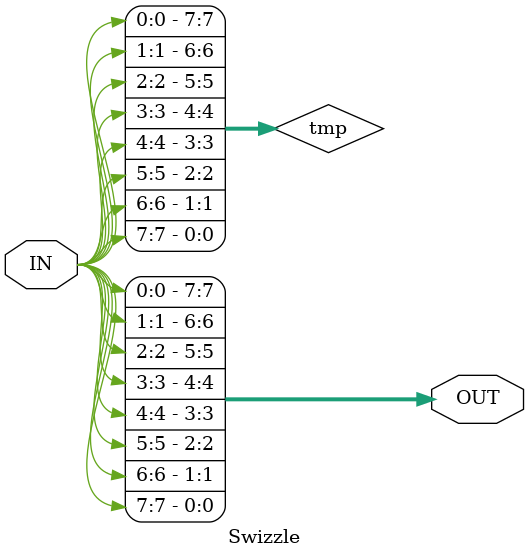
<source format=sv>
module Swizzle #(
    WIDTH = 8
) (
    input wire [WIDTH - 1 : 0] IN,
    output wire [WIDTH - 1 : 0] OUT
);

  logic [WIDTH - 1 : 0] tmp;

  genvar i;
  generate
    for (i=0; i<WIDTH; i=i+1) begin : ff_gen
      assign tmp[i] = IN[WIDTH-1-i];
    end
  endgenerate

  assign OUT = tmp;

endmodule

</source>
